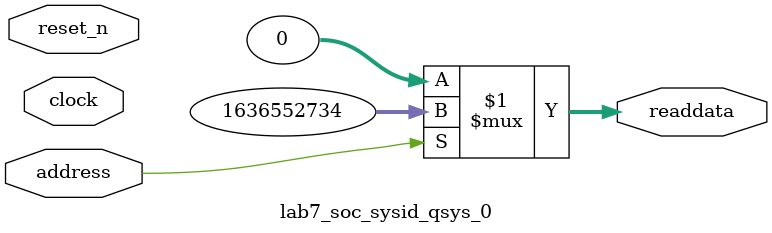
<source format=v>



// synthesis translate_off
`timescale 1ns / 1ps
// synthesis translate_on

// turn off superfluous verilog processor warnings 
// altera message_level Level1 
// altera message_off 10034 10035 10036 10037 10230 10240 10030 

module lab7_soc_sysid_qsys_0 (
               // inputs:
                address,
                clock,
                reset_n,

               // outputs:
                readdata
             )
;

  output  [ 31: 0] readdata;
  input            address;
  input            clock;
  input            reset_n;

  wire    [ 31: 0] readdata;
  //control_slave, which is an e_avalon_slave
  assign readdata = address ? 1636552734 : 0;

endmodule



</source>
